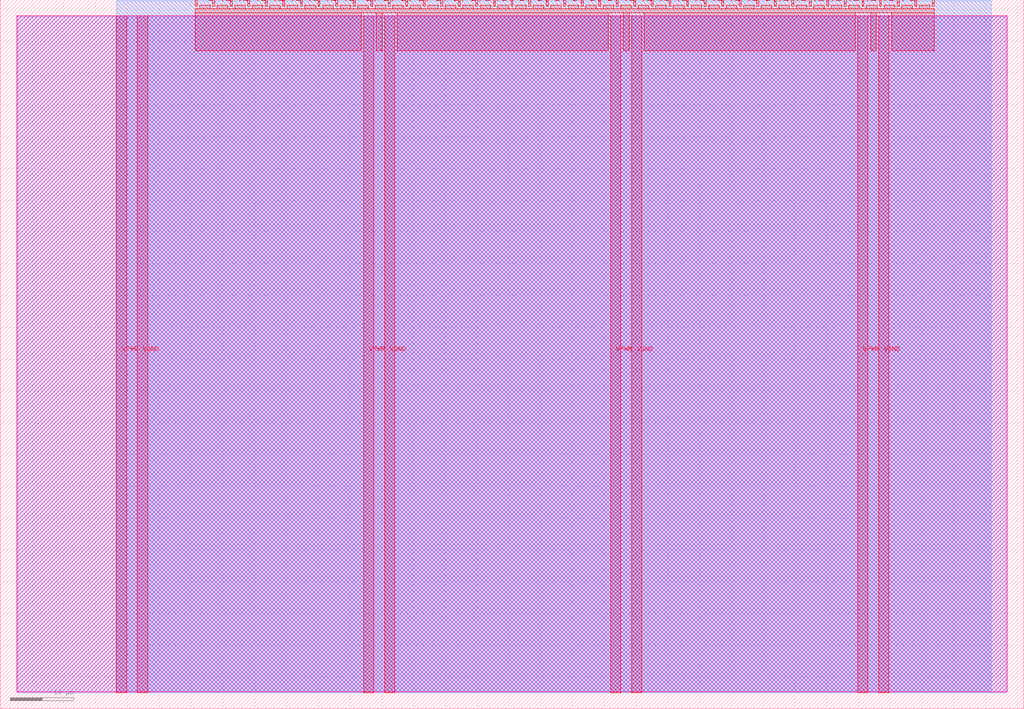
<source format=lef>
VERSION 5.7 ;
  NOWIREEXTENSIONATPIN ON ;
  DIVIDERCHAR "/" ;
  BUSBITCHARS "[]" ;
MACRO tt_um_keszocze_ssmcl
  CLASS BLOCK ;
  FOREIGN tt_um_keszocze_ssmcl ;
  ORIGIN 0.000 0.000 ;
  SIZE 161.000 BY 111.520 ;
  PIN VGND
    DIRECTION INOUT ;
    USE GROUND ;
    PORT
      LAYER met4 ;
        RECT 21.580 2.480 23.180 109.040 ;
    END
    PORT
      LAYER met4 ;
        RECT 60.450 2.480 62.050 109.040 ;
    END
    PORT
      LAYER met4 ;
        RECT 99.320 2.480 100.920 109.040 ;
    END
    PORT
      LAYER met4 ;
        RECT 138.190 2.480 139.790 109.040 ;
    END
  END VGND
  PIN VPWR
    DIRECTION INOUT ;
    USE POWER ;
    PORT
      LAYER met4 ;
        RECT 18.280 2.480 19.880 109.040 ;
    END
    PORT
      LAYER met4 ;
        RECT 57.150 2.480 58.750 109.040 ;
    END
    PORT
      LAYER met4 ;
        RECT 96.020 2.480 97.620 109.040 ;
    END
    PORT
      LAYER met4 ;
        RECT 134.890 2.480 136.490 109.040 ;
    END
  END VPWR
  PIN clk
    DIRECTION INPUT ;
    USE SIGNAL ;
    ANTENNAGATEAREA 0.852000 ;
    PORT
      LAYER met4 ;
        RECT 143.830 110.520 144.130 111.520 ;
    END
  END clk
  PIN ena
    DIRECTION INPUT ;
    USE SIGNAL ;
    ANTENNAGATEAREA 0.196500 ;
    PORT
      LAYER met4 ;
        RECT 146.590 110.520 146.890 111.520 ;
    END
  END ena
  PIN rst_n
    DIRECTION INPUT ;
    USE SIGNAL ;
    ANTENNAGATEAREA 0.196500 ;
    PORT
      LAYER met4 ;
        RECT 141.070 110.520 141.370 111.520 ;
    END
  END rst_n
  PIN ui_in[0]
    DIRECTION INPUT ;
    USE SIGNAL ;
    ANTENNAGATEAREA 0.196500 ;
    PORT
      LAYER met4 ;
        RECT 138.310 110.520 138.610 111.520 ;
    END
  END ui_in[0]
  PIN ui_in[1]
    DIRECTION INPUT ;
    USE SIGNAL ;
    ANTENNAGATEAREA 0.196500 ;
    PORT
      LAYER met4 ;
        RECT 135.550 110.520 135.850 111.520 ;
    END
  END ui_in[1]
  PIN ui_in[2]
    DIRECTION INPUT ;
    USE SIGNAL ;
    ANTENNAGATEAREA 0.196500 ;
    PORT
      LAYER met4 ;
        RECT 132.790 110.520 133.090 111.520 ;
    END
  END ui_in[2]
  PIN ui_in[3]
    DIRECTION INPUT ;
    USE SIGNAL ;
    ANTENNAGATEAREA 0.196500 ;
    PORT
      LAYER met4 ;
        RECT 130.030 110.520 130.330 111.520 ;
    END
  END ui_in[3]
  PIN ui_in[4]
    DIRECTION INPUT ;
    USE SIGNAL ;
    ANTENNAGATEAREA 0.196500 ;
    PORT
      LAYER met4 ;
        RECT 127.270 110.520 127.570 111.520 ;
    END
  END ui_in[4]
  PIN ui_in[5]
    DIRECTION INPUT ;
    USE SIGNAL ;
    ANTENNAGATEAREA 0.196500 ;
    PORT
      LAYER met4 ;
        RECT 124.510 110.520 124.810 111.520 ;
    END
  END ui_in[5]
  PIN ui_in[6]
    DIRECTION INPUT ;
    USE SIGNAL ;
    PORT
      LAYER met4 ;
        RECT 121.750 110.520 122.050 111.520 ;
    END
  END ui_in[6]
  PIN ui_in[7]
    DIRECTION INPUT ;
    USE SIGNAL ;
    ANTENNAGATEAREA 0.213000 ;
    PORT
      LAYER met4 ;
        RECT 118.990 110.520 119.290 111.520 ;
    END
  END ui_in[7]
  PIN uio_in[0]
    DIRECTION INPUT ;
    USE SIGNAL ;
    PORT
      LAYER met4 ;
        RECT 116.230 110.520 116.530 111.520 ;
    END
  END uio_in[0]
  PIN uio_in[1]
    DIRECTION INPUT ;
    USE SIGNAL ;
    PORT
      LAYER met4 ;
        RECT 113.470 110.520 113.770 111.520 ;
    END
  END uio_in[1]
  PIN uio_in[2]
    DIRECTION INPUT ;
    USE SIGNAL ;
    PORT
      LAYER met4 ;
        RECT 110.710 110.520 111.010 111.520 ;
    END
  END uio_in[2]
  PIN uio_in[3]
    DIRECTION INPUT ;
    USE SIGNAL ;
    PORT
      LAYER met4 ;
        RECT 107.950 110.520 108.250 111.520 ;
    END
  END uio_in[3]
  PIN uio_in[4]
    DIRECTION INPUT ;
    USE SIGNAL ;
    PORT
      LAYER met4 ;
        RECT 105.190 110.520 105.490 111.520 ;
    END
  END uio_in[4]
  PIN uio_in[5]
    DIRECTION INPUT ;
    USE SIGNAL ;
    PORT
      LAYER met4 ;
        RECT 102.430 110.520 102.730 111.520 ;
    END
  END uio_in[5]
  PIN uio_in[6]
    DIRECTION INPUT ;
    USE SIGNAL ;
    PORT
      LAYER met4 ;
        RECT 99.670 110.520 99.970 111.520 ;
    END
  END uio_in[6]
  PIN uio_in[7]
    DIRECTION INPUT ;
    USE SIGNAL ;
    PORT
      LAYER met4 ;
        RECT 96.910 110.520 97.210 111.520 ;
    END
  END uio_in[7]
  PIN uio_oe[0]
    DIRECTION OUTPUT ;
    USE SIGNAL ;
    PORT
      LAYER met4 ;
        RECT 49.990 110.520 50.290 111.520 ;
    END
  END uio_oe[0]
  PIN uio_oe[1]
    DIRECTION OUTPUT ;
    USE SIGNAL ;
    PORT
      LAYER met4 ;
        RECT 47.230 110.520 47.530 111.520 ;
    END
  END uio_oe[1]
  PIN uio_oe[2]
    DIRECTION OUTPUT ;
    USE SIGNAL ;
    PORT
      LAYER met4 ;
        RECT 44.470 110.520 44.770 111.520 ;
    END
  END uio_oe[2]
  PIN uio_oe[3]
    DIRECTION OUTPUT ;
    USE SIGNAL ;
    PORT
      LAYER met4 ;
        RECT 41.710 110.520 42.010 111.520 ;
    END
  END uio_oe[3]
  PIN uio_oe[4]
    DIRECTION OUTPUT ;
    USE SIGNAL ;
    PORT
      LAYER met4 ;
        RECT 38.950 110.520 39.250 111.520 ;
    END
  END uio_oe[4]
  PIN uio_oe[5]
    DIRECTION OUTPUT ;
    USE SIGNAL ;
    PORT
      LAYER met4 ;
        RECT 36.190 110.520 36.490 111.520 ;
    END
  END uio_oe[5]
  PIN uio_oe[6]
    DIRECTION OUTPUT ;
    USE SIGNAL ;
    PORT
      LAYER met4 ;
        RECT 33.430 110.520 33.730 111.520 ;
    END
  END uio_oe[6]
  PIN uio_oe[7]
    DIRECTION OUTPUT ;
    USE SIGNAL ;
    PORT
      LAYER met4 ;
        RECT 30.670 110.520 30.970 111.520 ;
    END
  END uio_oe[7]
  PIN uio_out[0]
    DIRECTION OUTPUT ;
    USE SIGNAL ;
    PORT
      LAYER met4 ;
        RECT 72.070 110.520 72.370 111.520 ;
    END
  END uio_out[0]
  PIN uio_out[1]
    DIRECTION OUTPUT ;
    USE SIGNAL ;
    PORT
      LAYER met4 ;
        RECT 69.310 110.520 69.610 111.520 ;
    END
  END uio_out[1]
  PIN uio_out[2]
    DIRECTION OUTPUT ;
    USE SIGNAL ;
    PORT
      LAYER met4 ;
        RECT 66.550 110.520 66.850 111.520 ;
    END
  END uio_out[2]
  PIN uio_out[3]
    DIRECTION OUTPUT ;
    USE SIGNAL ;
    PORT
      LAYER met4 ;
        RECT 63.790 110.520 64.090 111.520 ;
    END
  END uio_out[3]
  PIN uio_out[4]
    DIRECTION OUTPUT ;
    USE SIGNAL ;
    PORT
      LAYER met4 ;
        RECT 61.030 110.520 61.330 111.520 ;
    END
  END uio_out[4]
  PIN uio_out[5]
    DIRECTION OUTPUT ;
    USE SIGNAL ;
    PORT
      LAYER met4 ;
        RECT 58.270 110.520 58.570 111.520 ;
    END
  END uio_out[5]
  PIN uio_out[6]
    DIRECTION OUTPUT ;
    USE SIGNAL ;
    PORT
      LAYER met4 ;
        RECT 55.510 110.520 55.810 111.520 ;
    END
  END uio_out[6]
  PIN uio_out[7]
    DIRECTION OUTPUT ;
    USE SIGNAL ;
    PORT
      LAYER met4 ;
        RECT 52.750 110.520 53.050 111.520 ;
    END
  END uio_out[7]
  PIN uo_out[0]
    DIRECTION OUTPUT ;
    USE SIGNAL ;
    ANTENNADIFFAREA 0.445500 ;
    PORT
      LAYER met4 ;
        RECT 94.150 110.520 94.450 111.520 ;
    END
  END uo_out[0]
  PIN uo_out[1]
    DIRECTION OUTPUT ;
    USE SIGNAL ;
    ANTENNADIFFAREA 0.445500 ;
    PORT
      LAYER met4 ;
        RECT 91.390 110.520 91.690 111.520 ;
    END
  END uo_out[1]
  PIN uo_out[2]
    DIRECTION OUTPUT ;
    USE SIGNAL ;
    ANTENNADIFFAREA 0.445500 ;
    PORT
      LAYER met4 ;
        RECT 88.630 110.520 88.930 111.520 ;
    END
  END uo_out[2]
  PIN uo_out[3]
    DIRECTION OUTPUT ;
    USE SIGNAL ;
    ANTENNADIFFAREA 0.445500 ;
    PORT
      LAYER met4 ;
        RECT 85.870 110.520 86.170 111.520 ;
    END
  END uo_out[3]
  PIN uo_out[4]
    DIRECTION OUTPUT ;
    USE SIGNAL ;
    ANTENNADIFFAREA 0.445500 ;
    PORT
      LAYER met4 ;
        RECT 83.110 110.520 83.410 111.520 ;
    END
  END uo_out[4]
  PIN uo_out[5]
    DIRECTION OUTPUT ;
    USE SIGNAL ;
    ANTENNADIFFAREA 0.445500 ;
    PORT
      LAYER met4 ;
        RECT 80.350 110.520 80.650 111.520 ;
    END
  END uo_out[5]
  PIN uo_out[6]
    DIRECTION OUTPUT ;
    USE SIGNAL ;
    PORT
      LAYER met4 ;
        RECT 77.590 110.520 77.890 111.520 ;
    END
  END uo_out[6]
  PIN uo_out[7]
    DIRECTION OUTPUT ;
    USE SIGNAL ;
    ANTENNADIFFAREA 0.445500 ;
    PORT
      LAYER met4 ;
        RECT 74.830 110.520 75.130 111.520 ;
    END
  END uo_out[7]
  OBS
      LAYER nwell ;
        RECT 2.570 2.635 158.430 108.990 ;
      LAYER li1 ;
        RECT 2.760 2.635 158.240 108.885 ;
      LAYER met1 ;
        RECT 2.760 2.480 158.240 109.040 ;
      LAYER met2 ;
        RECT 18.310 2.535 155.850 111.365 ;
      LAYER met3 ;
        RECT 18.290 2.555 155.875 111.345 ;
      LAYER met4 ;
        RECT 31.370 110.120 33.030 110.665 ;
        RECT 34.130 110.120 35.790 110.665 ;
        RECT 36.890 110.120 38.550 110.665 ;
        RECT 39.650 110.120 41.310 110.665 ;
        RECT 42.410 110.120 44.070 110.665 ;
        RECT 45.170 110.120 46.830 110.665 ;
        RECT 47.930 110.120 49.590 110.665 ;
        RECT 50.690 110.120 52.350 110.665 ;
        RECT 53.450 110.120 55.110 110.665 ;
        RECT 56.210 110.120 57.870 110.665 ;
        RECT 58.970 110.120 60.630 110.665 ;
        RECT 61.730 110.120 63.390 110.665 ;
        RECT 64.490 110.120 66.150 110.665 ;
        RECT 67.250 110.120 68.910 110.665 ;
        RECT 70.010 110.120 71.670 110.665 ;
        RECT 72.770 110.120 74.430 110.665 ;
        RECT 75.530 110.120 77.190 110.665 ;
        RECT 78.290 110.120 79.950 110.665 ;
        RECT 81.050 110.120 82.710 110.665 ;
        RECT 83.810 110.120 85.470 110.665 ;
        RECT 86.570 110.120 88.230 110.665 ;
        RECT 89.330 110.120 90.990 110.665 ;
        RECT 92.090 110.120 93.750 110.665 ;
        RECT 94.850 110.120 96.510 110.665 ;
        RECT 97.610 110.120 99.270 110.665 ;
        RECT 100.370 110.120 102.030 110.665 ;
        RECT 103.130 110.120 104.790 110.665 ;
        RECT 105.890 110.120 107.550 110.665 ;
        RECT 108.650 110.120 110.310 110.665 ;
        RECT 111.410 110.120 113.070 110.665 ;
        RECT 114.170 110.120 115.830 110.665 ;
        RECT 116.930 110.120 118.590 110.665 ;
        RECT 119.690 110.120 121.350 110.665 ;
        RECT 122.450 110.120 124.110 110.665 ;
        RECT 125.210 110.120 126.870 110.665 ;
        RECT 127.970 110.120 129.630 110.665 ;
        RECT 130.730 110.120 132.390 110.665 ;
        RECT 133.490 110.120 135.150 110.665 ;
        RECT 136.250 110.120 137.910 110.665 ;
        RECT 139.010 110.120 140.670 110.665 ;
        RECT 141.770 110.120 143.430 110.665 ;
        RECT 144.530 110.120 146.190 110.665 ;
        RECT 30.655 109.440 146.905 110.120 ;
        RECT 30.655 103.535 56.750 109.440 ;
        RECT 59.150 103.535 60.050 109.440 ;
        RECT 62.450 103.535 95.620 109.440 ;
        RECT 98.020 103.535 98.920 109.440 ;
        RECT 101.320 103.535 134.490 109.440 ;
        RECT 136.890 103.535 137.790 109.440 ;
        RECT 140.190 103.535 146.905 109.440 ;
  END
END tt_um_keszocze_ssmcl
END LIBRARY


</source>
